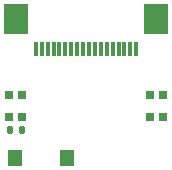
<source format=gbr>
%TF.GenerationSoftware,KiCad,Pcbnew,7.0.9-7.0.9~ubuntu22.04.1*%
%TF.CreationDate,2023-12-31T12:33:58+00:00*%
%TF.ProjectId,COM_MOD,434f4d5f-4d4f-4442-9e6b-696361645f70,1.0*%
%TF.SameCoordinates,Original*%
%TF.FileFunction,Paste,Bot*%
%TF.FilePolarity,Positive*%
%FSLAX46Y46*%
G04 Gerber Fmt 4.6, Leading zero omitted, Abs format (unit mm)*
G04 Created by KiCad (PCBNEW 7.0.9-7.0.9~ubuntu22.04.1) date 2023-12-31 12:33:58*
%MOMM*%
%LPD*%
G01*
G04 APERTURE LIST*
G04 Aperture macros list*
%AMRoundRect*
0 Rectangle with rounded corners*
0 $1 Rounding radius*
0 $2 $3 $4 $5 $6 $7 $8 $9 X,Y pos of 4 corners*
0 Add a 4 corners polygon primitive as box body*
4,1,4,$2,$3,$4,$5,$6,$7,$8,$9,$2,$3,0*
0 Add four circle primitives for the rounded corners*
1,1,$1+$1,$2,$3*
1,1,$1+$1,$4,$5*
1,1,$1+$1,$6,$7*
1,1,$1+$1,$8,$9*
0 Add four rect primitives between the rounded corners*
20,1,$1+$1,$2,$3,$4,$5,0*
20,1,$1+$1,$4,$5,$6,$7,0*
20,1,$1+$1,$6,$7,$8,$9,0*
20,1,$1+$1,$8,$9,$2,$3,0*%
G04 Aperture macros list end*
%ADD10R,0.700000X0.700000*%
%ADD11R,0.300000X1.250000*%
%ADD12R,2.000000X2.500000*%
%ADD13RoundRect,0.135000X-0.135000X-0.185000X0.135000X-0.185000X0.135000X0.185000X-0.135000X0.185000X0*%
%ADD14R,1.230000X1.360000*%
G04 APERTURE END LIST*
D10*
%TO.C,LED2*%
X23450001Y-32085000D03*
X24550001Y-32085000D03*
X24550001Y-33915000D03*
X23450001Y-33915000D03*
%TD*%
D11*
%TO.C,J4*%
X25750001Y-28175000D03*
X26250001Y-28175000D03*
X26750001Y-28175000D03*
X27250001Y-28175000D03*
X27750001Y-28175000D03*
X28250001Y-28175000D03*
X28750001Y-28175000D03*
X29250001Y-28175000D03*
X29750001Y-28175000D03*
X30250001Y-28175000D03*
X30750001Y-28175000D03*
X31250001Y-28175000D03*
X31750001Y-28175000D03*
X32250001Y-28175000D03*
X32750001Y-28175000D03*
X33250001Y-28175000D03*
X33750001Y-28175000D03*
X34250001Y-28175000D03*
D12*
X24060001Y-25600000D03*
X35940001Y-25600000D03*
%TD*%
D10*
%TO.C,LED1*%
X36550001Y-33915000D03*
X35450001Y-33915000D03*
X35450001Y-32085000D03*
X36550001Y-32085000D03*
%TD*%
D13*
%TO.C,R1*%
X23590000Y-35000000D03*
X24610000Y-35000000D03*
%TD*%
D14*
%TO.C,SW1*%
X28385000Y-37400000D03*
X24015000Y-37400000D03*
%TD*%
M02*

</source>
